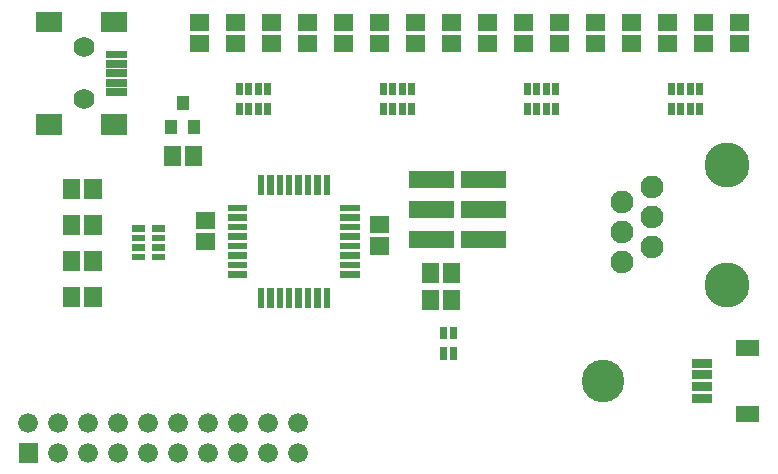
<source format=gbr>
G04 start of page 6 for group -4063 idx -4063 *
G04 Title: (unknown), componentmask *
G04 Creator: pcb 20140316 *
G04 CreationDate: Thu 05 Mar 2020 03:13:11 AM GMT UTC *
G04 For: railfan *
G04 Format: Gerber/RS-274X *
G04 PCB-Dimensions (mil): 2500.00 1600.00 *
G04 PCB-Coordinate-Origin: lower left *
%MOIN*%
%FSLAX25Y25*%
%LNTOPMASK*%
%ADD74R,0.0560X0.0560*%
%ADD73R,0.0532X0.0532*%
%ADD72R,0.0296X0.0296*%
%ADD71R,0.0227X0.0227*%
%ADD70R,0.0217X0.0217*%
%ADD69R,0.0690X0.0690*%
%ADD68R,0.0257X0.0257*%
%ADD67R,0.0400X0.0400*%
%ADD66R,0.0572X0.0572*%
%ADD65C,0.1420*%
%ADD64C,0.1500*%
%ADD63C,0.0760*%
%ADD62C,0.0693*%
%ADD61C,0.0660*%
%ADD60C,0.0001*%
G54D60*G36*
X2200Y8800D02*Y2200D01*
X8800D01*
Y8800D01*
X2200D01*
G37*
G54D61*X15500Y5500D03*
X25500D03*
X5500Y15500D03*
X15500D03*
X25500D03*
G54D62*X24122Y140661D03*
Y123339D03*
G54D61*X35500Y5500D03*
X45500D03*
X55500D03*
X65500D03*
X75500D03*
X85500D03*
Y15500D03*
X95500Y5500D03*
Y15500D03*
X35500D03*
X45500D03*
X55500D03*
X65500D03*
X75500D03*
G54D63*X203500Y69000D03*
X213500Y74000D03*
X203500Y79000D03*
X213500Y84000D03*
X203500Y89000D03*
X213500Y94000D03*
G54D64*X238500Y61500D03*
Y101500D03*
G54D65*X197000Y29500D03*
G54D66*X60586Y104893D02*Y104107D01*
G54D67*X60800Y114300D02*Y113700D01*
G54D66*X62107Y149043D02*X62893D01*
X62107Y141957D02*X62893D01*
X53500Y104893D02*Y104107D01*
G54D67*X53000Y114300D02*Y113700D01*
X56900Y122500D02*Y121900D01*
G54D68*X32587Y138299D02*X36917D01*
X33768D02*X35933D01*
G54D69*X11524Y149126D02*X13098D01*
X33177D02*X34752D01*
G54D68*X32587Y135150D02*X36917D01*
X33768D02*X35933D01*
X32587Y132000D02*X36917D01*
X33768D02*X35933D01*
X32587Y128850D02*X36917D01*
X33768D02*X35933D01*
X32587Y125701D02*X36917D01*
X33768D02*X35933D01*
G54D69*X11524Y114874D02*X13098D01*
X33177D02*X34752D01*
G54D70*X73008Y87023D02*X77434D01*
X73008Y83874D02*X77434D01*
X73008Y80724D02*X77434D01*
X73008Y77575D02*X77434D01*
X73008Y74425D02*X77434D01*
X73008Y71275D02*X77434D01*
X73008Y68126D02*X77434D01*
X73008Y64976D02*X77434D01*
G54D66*X64107Y83043D02*X64893D01*
X64107Y75957D02*X64893D01*
G54D70*X82977Y59434D02*Y55008D01*
X86126Y59434D02*Y55008D01*
X89276Y59434D02*Y55008D01*
X92425Y59434D02*Y55008D01*
X95575Y59434D02*Y55008D01*
X98725Y59434D02*Y55008D01*
X101874Y59434D02*Y55008D01*
X105024Y59434D02*Y55008D01*
G54D66*X19957Y57893D02*Y57107D01*
X27043Y57893D02*Y57107D01*
G54D71*X47913Y70776D02*X49783D01*
X47913Y73925D02*X49783D01*
X47913Y77075D02*X49783D01*
X47913Y80224D02*X49783D01*
X41217D02*X43087D01*
X41217Y77075D02*X43087D01*
X41217Y73925D02*X43087D01*
X41217Y70776D02*X43087D01*
G54D66*X19957Y69893D02*Y69107D01*
X27043Y69893D02*Y69107D01*
X19957Y81893D02*Y81107D01*
X27043Y81893D02*Y81107D01*
X19957Y93893D02*Y93107D01*
X27043Y93893D02*Y93107D01*
G54D72*X228130Y23594D02*X231870D01*
G54D73*X244075Y18476D02*X246437D01*
G54D72*X228130Y27531D02*X231870D01*
X228130Y31469D02*X231870D01*
X228130Y35406D02*X231870D01*
G54D73*X244075Y40524D02*X246437D01*
G54D74*X135016Y76500D02*X144504D01*
X152496D02*X161984D01*
G54D71*X143925Y46283D02*Y44413D01*
G54D66*X146543Y56893D02*Y56107D01*
G54D74*X135016Y96500D02*X144504D01*
X135016Y86500D02*X144504D01*
X152496D02*X161984D01*
X152496Y96500D02*X161984D01*
G54D71*X143925Y39587D02*Y37717D01*
X171776Y121087D02*Y119217D01*
Y127783D02*Y125913D01*
X174925Y121087D02*Y119217D01*
Y127783D02*Y125913D01*
X178075Y121087D02*Y119217D01*
X181224Y121087D02*Y119217D01*
Y127783D02*Y125913D01*
X178075Y127783D02*Y125913D01*
G54D70*X110566Y74425D02*X114992D01*
X110566Y77575D02*X114992D01*
X110566Y80725D02*X114992D01*
X110566Y83874D02*X114992D01*
X110566Y87024D02*X114992D01*
G54D66*X122107Y81543D02*X122893D01*
G54D71*X123776Y121087D02*Y119217D01*
X126925Y121087D02*Y119217D01*
X130075Y121087D02*Y119217D01*
X133224Y121087D02*Y119217D01*
Y127783D02*Y125913D01*
X130075Y127783D02*Y125913D01*
X126925Y127783D02*Y125913D01*
X123776Y127783D02*Y125913D01*
X147075Y39587D02*Y37717D01*
Y46283D02*Y44413D01*
G54D66*X139457Y65893D02*Y65107D01*
X146543Y65893D02*Y65107D01*
X139457Y56893D02*Y56107D01*
X122107Y74457D02*X122893D01*
G54D70*X110566Y64977D02*X114992D01*
X110566Y68126D02*X114992D01*
X110566Y71276D02*X114992D01*
X105023Y96992D02*Y92566D01*
X101874Y96992D02*Y92566D01*
X98724Y96992D02*Y92566D01*
X95575Y96992D02*Y92566D01*
X92425Y96992D02*Y92566D01*
X89275Y96992D02*Y92566D01*
X86126Y96992D02*Y92566D01*
X82976Y96992D02*Y92566D01*
G54D71*X75776Y121087D02*Y119217D01*
Y127783D02*Y125913D01*
G54D66*X74107Y149043D02*X74893D01*
X74107Y141957D02*X74893D01*
G54D71*X78925Y121087D02*Y119217D01*
X82075Y121087D02*Y119217D01*
X85224Y121087D02*Y119217D01*
Y127783D02*Y125913D01*
X82075Y127783D02*Y125913D01*
X78925Y127783D02*Y125913D01*
G54D66*X86107Y149043D02*X86893D01*
X86107Y141957D02*X86893D01*
X98107Y149043D02*X98893D01*
X110107D02*X110893D01*
X122107D02*X122893D01*
X98107Y141957D02*X98893D01*
X110107D02*X110893D01*
X122107D02*X122893D01*
X134107D02*X134893D01*
X146107D02*X146893D01*
X158107D02*X158893D01*
X134107Y149043D02*X134893D01*
X146107D02*X146893D01*
X158107D02*X158893D01*
X170107D02*X170893D01*
X170107Y141957D02*X170893D01*
X182107Y149043D02*X182893D01*
X194107D02*X194893D01*
X206107D02*X206893D01*
X218107D02*X218893D01*
X230107D02*X230893D01*
X242107D02*X242893D01*
X182107Y141957D02*X182893D01*
X194107D02*X194893D01*
X206107D02*X206893D01*
X218107D02*X218893D01*
X230107D02*X230893D01*
X242107D02*X242893D01*
G54D71*X219776Y121087D02*Y119217D01*
X222925Y121087D02*Y119217D01*
X226075Y121087D02*Y119217D01*
X229224Y121087D02*Y119217D01*
Y127783D02*Y125913D01*
X226075Y127783D02*Y125913D01*
X222925Y127783D02*Y125913D01*
X219776Y127783D02*Y125913D01*
M02*

</source>
